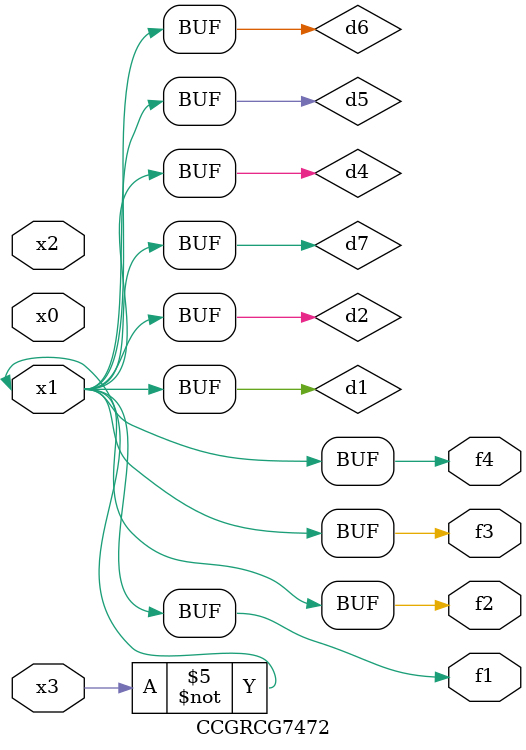
<source format=v>
module CCGRCG7472(
	input x0, x1, x2, x3,
	output f1, f2, f3, f4
);

	wire d1, d2, d3, d4, d5, d6, d7;

	not (d1, x3);
	buf (d2, x1);
	xnor (d3, d1, d2);
	nor (d4, d1);
	buf (d5, d1, d2);
	buf (d6, d4, d5);
	nand (d7, d4);
	assign f1 = d6;
	assign f2 = d7;
	assign f3 = d6;
	assign f4 = d6;
endmodule

</source>
